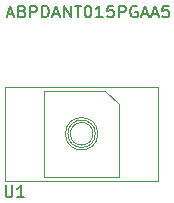
<source format=gbr>
G04 #@! TF.GenerationSoftware,KiCad,Pcbnew,5.1.12-84ad8e8a86~92~ubuntu20.04.1*
G04 #@! TF.CreationDate,2022-01-25T20:05:45-05:00*
G04 #@! TF.ProjectId,ABPDANT015PGAA5_sensor_module,41425044-414e-4543-9031-355047414135,rev?*
G04 #@! TF.SameCoordinates,Original*
G04 #@! TF.FileFunction,Legend,Top*
G04 #@! TF.FilePolarity,Positive*
%FSLAX46Y46*%
G04 Gerber Fmt 4.6, Leading zero omitted, Abs format (unit mm)*
G04 Created by KiCad (PCBNEW 5.1.12-84ad8e8a86~92~ubuntu20.04.1) date 2022-01-25 20:05:45*
%MOMM*%
%LPD*%
G01*
G04 APERTURE LIST*
%ADD10C,0.150000*%
%ADD11C,0.120000*%
G04 APERTURE END LIST*
D10*
X106206666Y-34896666D02*
X106682857Y-34896666D01*
X106111428Y-35182380D02*
X106444761Y-34182380D01*
X106778095Y-35182380D01*
X107444761Y-34658571D02*
X107587619Y-34706190D01*
X107635238Y-34753809D01*
X107682857Y-34849047D01*
X107682857Y-34991904D01*
X107635238Y-35087142D01*
X107587619Y-35134761D01*
X107492380Y-35182380D01*
X107111428Y-35182380D01*
X107111428Y-34182380D01*
X107444761Y-34182380D01*
X107540000Y-34230000D01*
X107587619Y-34277619D01*
X107635238Y-34372857D01*
X107635238Y-34468095D01*
X107587619Y-34563333D01*
X107540000Y-34610952D01*
X107444761Y-34658571D01*
X107111428Y-34658571D01*
X108111428Y-35182380D02*
X108111428Y-34182380D01*
X108492380Y-34182380D01*
X108587619Y-34230000D01*
X108635238Y-34277619D01*
X108682857Y-34372857D01*
X108682857Y-34515714D01*
X108635238Y-34610952D01*
X108587619Y-34658571D01*
X108492380Y-34706190D01*
X108111428Y-34706190D01*
X109111428Y-35182380D02*
X109111428Y-34182380D01*
X109349523Y-34182380D01*
X109492380Y-34230000D01*
X109587619Y-34325238D01*
X109635238Y-34420476D01*
X109682857Y-34610952D01*
X109682857Y-34753809D01*
X109635238Y-34944285D01*
X109587619Y-35039523D01*
X109492380Y-35134761D01*
X109349523Y-35182380D01*
X109111428Y-35182380D01*
X110063809Y-34896666D02*
X110540000Y-34896666D01*
X109968571Y-35182380D02*
X110301904Y-34182380D01*
X110635238Y-35182380D01*
X110968571Y-35182380D02*
X110968571Y-34182380D01*
X111540000Y-35182380D01*
X111540000Y-34182380D01*
X111873333Y-34182380D02*
X112444761Y-34182380D01*
X112159047Y-35182380D02*
X112159047Y-34182380D01*
X112968571Y-34182380D02*
X113063809Y-34182380D01*
X113159047Y-34230000D01*
X113206666Y-34277619D01*
X113254285Y-34372857D01*
X113301904Y-34563333D01*
X113301904Y-34801428D01*
X113254285Y-34991904D01*
X113206666Y-35087142D01*
X113159047Y-35134761D01*
X113063809Y-35182380D01*
X112968571Y-35182380D01*
X112873333Y-35134761D01*
X112825714Y-35087142D01*
X112778095Y-34991904D01*
X112730476Y-34801428D01*
X112730476Y-34563333D01*
X112778095Y-34372857D01*
X112825714Y-34277619D01*
X112873333Y-34230000D01*
X112968571Y-34182380D01*
X114254285Y-35182380D02*
X113682857Y-35182380D01*
X113968571Y-35182380D02*
X113968571Y-34182380D01*
X113873333Y-34325238D01*
X113778095Y-34420476D01*
X113682857Y-34468095D01*
X115159047Y-34182380D02*
X114682857Y-34182380D01*
X114635238Y-34658571D01*
X114682857Y-34610952D01*
X114778095Y-34563333D01*
X115016190Y-34563333D01*
X115111428Y-34610952D01*
X115159047Y-34658571D01*
X115206666Y-34753809D01*
X115206666Y-34991904D01*
X115159047Y-35087142D01*
X115111428Y-35134761D01*
X115016190Y-35182380D01*
X114778095Y-35182380D01*
X114682857Y-35134761D01*
X114635238Y-35087142D01*
X115635238Y-35182380D02*
X115635238Y-34182380D01*
X116016190Y-34182380D01*
X116111428Y-34230000D01*
X116159047Y-34277619D01*
X116206666Y-34372857D01*
X116206666Y-34515714D01*
X116159047Y-34610952D01*
X116111428Y-34658571D01*
X116016190Y-34706190D01*
X115635238Y-34706190D01*
X117159047Y-34230000D02*
X117063809Y-34182380D01*
X116920952Y-34182380D01*
X116778095Y-34230000D01*
X116682857Y-34325238D01*
X116635238Y-34420476D01*
X116587619Y-34610952D01*
X116587619Y-34753809D01*
X116635238Y-34944285D01*
X116682857Y-35039523D01*
X116778095Y-35134761D01*
X116920952Y-35182380D01*
X117016190Y-35182380D01*
X117159047Y-35134761D01*
X117206666Y-35087142D01*
X117206666Y-34753809D01*
X117016190Y-34753809D01*
X117587619Y-34896666D02*
X118063809Y-34896666D01*
X117492380Y-35182380D02*
X117825714Y-34182380D01*
X118159047Y-35182380D01*
X118444761Y-34896666D02*
X118920952Y-34896666D01*
X118349523Y-35182380D02*
X118682857Y-34182380D01*
X119016190Y-35182380D01*
X119825714Y-34182380D02*
X119349523Y-34182380D01*
X119301904Y-34658571D01*
X119349523Y-34610952D01*
X119444761Y-34563333D01*
X119682857Y-34563333D01*
X119778095Y-34610952D01*
X119825714Y-34658571D01*
X119873333Y-34753809D01*
X119873333Y-34991904D01*
X119825714Y-35087142D01*
X119778095Y-35134761D01*
X119682857Y-35182380D01*
X119444761Y-35182380D01*
X119349523Y-35134761D01*
X119301904Y-35087142D01*
D11*
X113840000Y-45030000D02*
G75*
G03*
X113840000Y-45030000I-1370000J0D01*
G01*
X113425000Y-45030000D02*
G75*
G03*
X113425000Y-45030000I-955000J0D01*
G01*
X113630000Y-45030000D02*
G75*
G03*
X113630000Y-45030000I-1160000J0D01*
G01*
X118970000Y-41030000D02*
X118970000Y-49030000D01*
X105970000Y-49030000D02*
X105970000Y-41030000D01*
X105970000Y-41030000D02*
X118970000Y-41030000D01*
X115620000Y-42530000D02*
X115620000Y-48680000D01*
X115620000Y-48680000D02*
X109320000Y-48680000D01*
X109320000Y-48680000D02*
X109320000Y-41380000D01*
X109320000Y-41380000D02*
X114470000Y-41380000D01*
X114470000Y-41380000D02*
X115620000Y-42530000D01*
X118970000Y-49030000D02*
X105970000Y-49030000D01*
D10*
X106024775Y-49406560D02*
X106024775Y-50216084D01*
X106072394Y-50311322D01*
X106120013Y-50358941D01*
X106215251Y-50406560D01*
X106405727Y-50406560D01*
X106500965Y-50358941D01*
X106548584Y-50311322D01*
X106596203Y-50216084D01*
X106596203Y-49406560D01*
X107596203Y-50406560D02*
X107024775Y-50406560D01*
X107310489Y-50406560D02*
X107310489Y-49406560D01*
X107215251Y-49549418D01*
X107120013Y-49644656D01*
X107024775Y-49692275D01*
M02*

</source>
